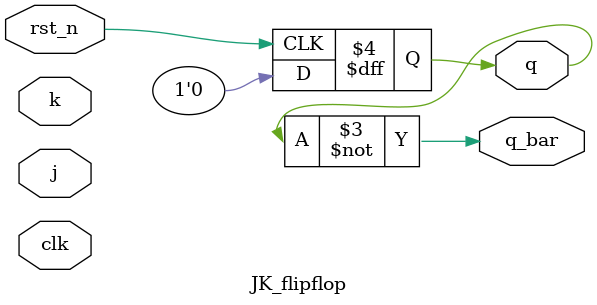
<source format=v>
`timescale 1ns / 1ps


module JK_flipflop(
input clk, rst_n,
input j,k,
output reg q,
output q_bar);
always@(negedge rst_n) begin
if(!rst_n) q <= 0;
else begin
case({j,k})
2'b00: q <= q;
2'b01: q <= 1'b0;
2'b10: q <= 1'b1;
2'b11: q <= 1'bx;
endcase
end
end
assign q_bar = ~q;
endmodule






</source>
